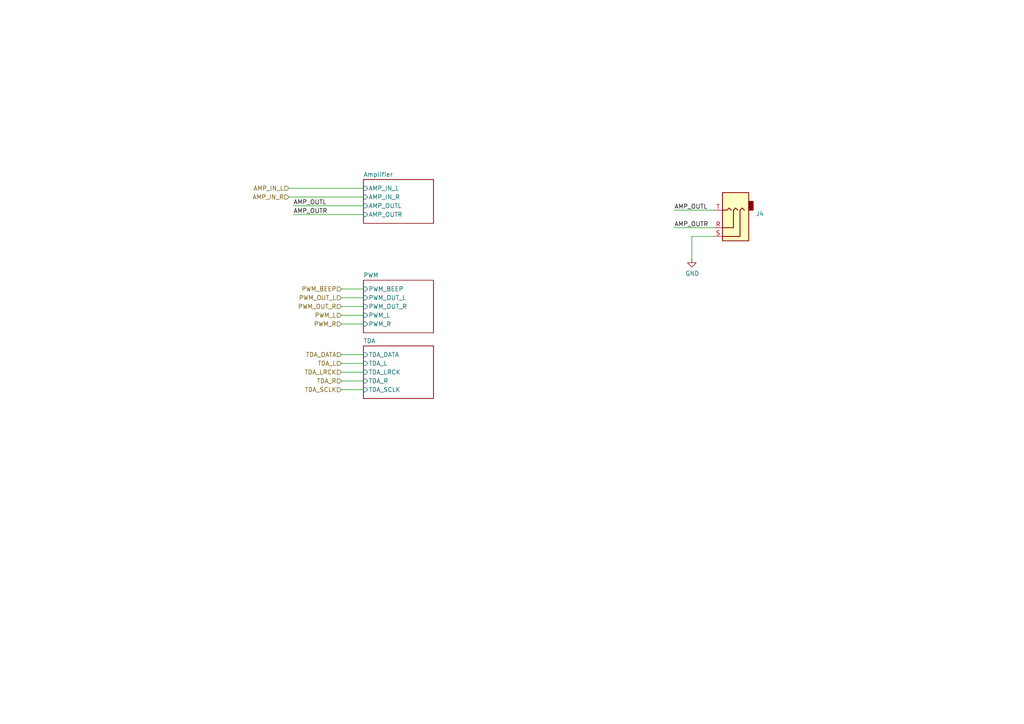
<source format=kicad_sch>
(kicad_sch (version 20250114) (generator "eeschema") (generator_version "9.0")
  (paper "A4")
  (title_block (title "MiniFRANK RM1E") (date "2025-04-15") (rev "${VERSION}") (company "Mikhail Matveev") (comment 1 "https://github.com/xtremespb/frank"))
  (lib_symbols
    (symbol "FRANK:AudioJack_3.5mm"
      (property "Reference" "AJ2" (at -7.1119 -4.0097 0))
      (symbol "AudioJack_3.5mm_0_1"
        (rectangle (start -5.08 -5.08) (end -6.35 -7.62) (stroke (width 0.254)) (fill (type outline)))
        (polyline (pts (xy -1.905 -5.08) (xy -1.27 -5.715) (xy -0.635 -5.08) (xy -0.635 0) (xy 2.54 0)) (stroke (width 0.254)))
        (polyline (pts (xy 0 -5.08) (xy 0.635 -5.715) (xy 1.27 -5.08) (xy 2.54 -5.08)) (stroke (width 0.254)))
        (rectangle (start 2.54 3.81) (end -5.08 -10.16) (stroke (width 0.254)) (fill (type background)))
        (polyline (pts (xy 2.54 2.54) (xy -2.54 2.54) (xy -2.54 -5.08) (xy -3.175 -5.715) (xy -3.81 -5.08)) (stroke (width 0.254)))
      )
      (symbol "AudioJack_3.5mm_1_1"
        (pin passive line (at 5.08 2.54 180) (length 2.54) (name "~") (number "S"))
        (pin passive line (at 5.08 0 180) (length 2.54) (name "~") (number "R"))
        (pin passive line (at 5.08 -5.08 180) (length 2.54) (name "~") (number "T"))
      )
    )
    (symbol "GND_1" (power) (pin_numbers (hide yes)) (pin_names (offset 0) (hide yes))
      (property "Value" "GND" (at 0 -3.81 0))
      (symbol "GND_1_0_1"
        (polyline (pts (xy 0 0) (xy 0 -1.27) (xy 1.27 -1.27) (xy 0 -2.54) (xy -1.27 -1.27) (xy 0 -1.27)))
      )
      (symbol "GND_1_1_1"
        (pin power_in line (at 0 0 270) (length 0) (name "~") (number "1"))
      )
    )
  )
  (wire (pts (xy 195.58 66.04) (xy 207.01 66.04)))
  (wire (pts (xy 99.06 110.49) (xy 105.41 110.49)))
  (wire (pts (xy 85.09 62.23) (xy 105.41 62.23)))
  (wire (pts (xy 85.09 59.69) (xy 105.41 59.69)))
  (wire (pts (xy 99.06 83.82) (xy 105.41 83.82)))
  (wire (pts (xy 99.06 107.95) (xy 105.41 107.95)))
  (wire (pts (xy 99.06 93.98) (xy 105.41 93.98)))
  (wire (pts (xy 99.06 105.41) (xy 105.41 105.41)))
  (wire (pts (xy 99.06 113.03) (xy 105.41 113.03)))
  (wire (pts (xy 195.58 60.96) (xy 207.01 60.96)))
  (wire (pts (xy 207.01 68.58) (xy 200.66 68.58)))
  (wire (pts (xy 99.06 102.87) (xy 105.41 102.87)))
  (wire (pts (xy 99.06 88.9) (xy 105.41 88.9)))
  (wire (pts (xy 83.82 57.15) (xy 105.41 57.15)))
  (wire (pts (xy 83.82 54.61) (xy 105.41 54.61)))
  (wire (pts (xy 200.66 68.58) (xy 200.66 74.93)))
  (wire (pts (xy 99.06 91.44) (xy 105.41 91.44)))
  (wire (pts (xy 99.06 86.36) (xy 105.41 86.36)))
  (label "AMP_OUTR" (at 195.58 66.04 0))
  (label "AMP_OUTL" (at 85.09 59.69 0))
  (label "AMP_OUTL" (at 195.58 60.96 0))
  (label "AMP_OUTR" (at 85.09 62.23 0))
  (hierarchical_label "PWM_OUT_R" (shape input) (at 99.06 88.9 180))
  (hierarchical_label "TDA_SCLK" (shape input) (at 99.06 113.03 180))
  (hierarchical_label "TDA_L" (shape input) (at 99.06 105.41 180))
  (hierarchical_label "TDA_DATA" (shape input) (at 99.06 102.87 180))
  (hierarchical_label "TDA_LRCK" (shape input) (at 99.06 107.95 180))
  (hierarchical_label "PWM_OUT_L" (shape input) (at 99.06 86.36 180))
  (hierarchical_label "PWM_R" (shape input) (at 99.06 93.98 180))
  (hierarchical_label "AMP_IN_R" (shape input) (at 83.82 57.15 180))
  (hierarchical_label "AMP_IN_L" (shape input) (at 83.82 54.61 180))
  (hierarchical_label "PWM_BEEP" (shape input) (at 99.06 83.82 180))
  (hierarchical_label "TDA_R" (shape input) (at 99.06 110.49 180))
  (hierarchical_label "PWM_L" (shape input) (at 99.06 91.44 180))
  (symbol (lib_name "GND_1") (lib_id "power:GND") (at 200.66 74.93 0) (unit 1)
    (property "Reference" "#PWR039" (effects (hide yes)))
    (property "Value" "GND" (at 200.787 79.3242 0))
    (property "Description" "Power symbol creates a global label with name \"GND\" , ground" (effects (hide yes)))
  )
  (symbol (lib_id "FRANK:AudioJack_3.5mm") (at 212.09 66.04 180) (unit 1)
    (property "Reference" "J4" (at 219.2019 62.0303 0) (effects (justify right)))
    (property "Value" "PJ-320D" (effects (hide yes)))
    (property "Footprint" "FRANK:Jack (3.5mm, PJ-320D)" (effects (hide yes)))
    (property "Datasheet" "https://www.lcsc.com/datasheet/lcsc_datasheet_1810121716_Korean-Hroparts-Elec-PJ-320D-4A_C95562.pdf" (effects (hide yes)))
    (property "AliExpress" "https://www.aliexpress.com/item/4001158231104.html" (effects (hide yes)))
  )
  (sheet (at 105.41 100.33) (size 20.32 15.24) (stroke (width 0.1524))
    (property "Sheetname" "TDA" (at 105.41 99.6184 0) (effects (justify left bottom)))
    (property "Sheetfile" "tda.kicad_sch" (effects (hide yes)))
    (pin "TDA_DATA" input (at 105.41 102.87 180))
    (pin "TDA_L" input (at 105.41 105.41 180))
    (pin "TDA_LRCK" input (at 105.41 107.95 180))
    (pin "TDA_R" input (at 105.41 110.49 180))
    (pin "TDA_SCLK" input (at 105.41 113.03 180))
  )
  (sheet (at 105.41 52.07) (size 20.32 12.7) (stroke (width 0.1524))
    (property "Sheetname" "Amplifier" (at 105.41 51.3584 0) (effects (justify left bottom)))
    (property "Sheetfile" "amp.kicad_sch" (effects (hide yes)))
    (pin "AMP_IN_L" input (at 105.41 54.61 180))
    (pin "AMP_IN_R" input (at 105.41 57.15 180))
    (pin "AMP_OUTL" input (at 105.41 59.69 180))
    (pin "AMP_OUTR" input (at 105.41 62.23 180))
  )
  (sheet (at 105.41 81.28) (size 20.32 15.24) (stroke (width 0.1524))
    (property "Sheetname" "PWM" (at 105.41 80.5684 0) (effects (justify left bottom)))
    (property "Sheetfile" "pwm.kicad_sch" (effects (hide yes)))
    (pin "PWM_L" input (at 105.41 91.44 180))
    (pin "PWM_R" input (at 105.41 93.98 180))
    (pin "PWM_BEEP" input (at 105.41 83.82 180))
    (pin "PWM_OUT_L" input (at 105.41 86.36 180))
    (pin "PWM_OUT_R" input (at 105.41 88.9 180))
  )
)
</source>
